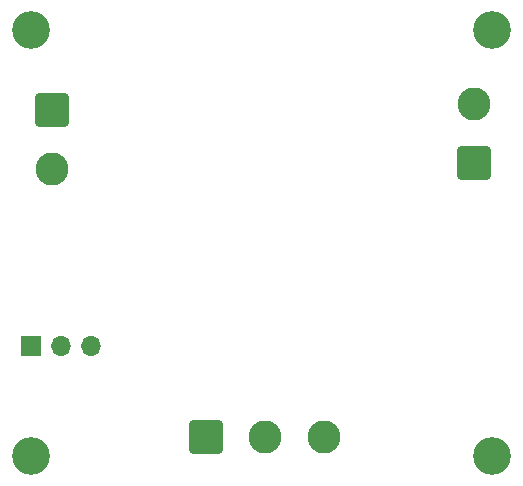
<source format=gbs>
%TF.GenerationSoftware,KiCad,Pcbnew,9.0.0*%
%TF.CreationDate,2025-03-26T19:28:17+01:00*%
%TF.ProjectId,attiny_pwm,61747469-6e79-45f7-9077-6d2e6b696361,1*%
%TF.SameCoordinates,Original*%
%TF.FileFunction,Soldermask,Bot*%
%TF.FilePolarity,Negative*%
%FSLAX46Y46*%
G04 Gerber Fmt 4.6, Leading zero omitted, Abs format (unit mm)*
G04 Created by KiCad (PCBNEW 9.0.0) date 2025-03-26 19:28:17*
%MOMM*%
%LPD*%
G01*
G04 APERTURE LIST*
G04 Aperture macros list*
%AMRoundRect*
0 Rectangle with rounded corners*
0 $1 Rounding radius*
0 $2 $3 $4 $5 $6 $7 $8 $9 X,Y pos of 4 corners*
0 Add a 4 corners polygon primitive as box body*
4,1,4,$2,$3,$4,$5,$6,$7,$8,$9,$2,$3,0*
0 Add four circle primitives for the rounded corners*
1,1,$1+$1,$2,$3*
1,1,$1+$1,$4,$5*
1,1,$1+$1,$6,$7*
1,1,$1+$1,$8,$9*
0 Add four rect primitives between the rounded corners*
20,1,$1+$1,$2,$3,$4,$5,0*
20,1,$1+$1,$4,$5,$6,$7,0*
20,1,$1+$1,$6,$7,$8,$9,0*
20,1,$1+$1,$8,$9,$2,$3,0*%
G04 Aperture macros list end*
%ADD10C,3.200000*%
%ADD11O,1.700000X1.700000*%
%ADD12R,1.700000X1.700000*%
%ADD13C,2.800000*%
%ADD14RoundRect,0.250001X-1.149999X-1.149999X1.149999X-1.149999X1.149999X1.149999X-1.149999X1.149999X0*%
%ADD15RoundRect,0.250001X1.149999X-1.149999X1.149999X1.149999X-1.149999X1.149999X-1.149999X-1.149999X0*%
%ADD16RoundRect,0.250001X-1.149999X1.149999X-1.149999X-1.149999X1.149999X-1.149999X1.149999X1.149999X0*%
G04 APERTURE END LIST*
D10*
%TO.C,H3*%
X178673000Y-94632000D03*
%TD*%
D11*
%TO.C,J2*%
X144728000Y-121382000D03*
X142188000Y-121382000D03*
D12*
X139648000Y-121382000D03*
%TD*%
D10*
%TO.C,H1*%
X139673000Y-94632000D03*
%TD*%
D13*
%TO.C,RV1*%
X164423000Y-129099500D03*
X159423000Y-129099500D03*
D14*
X154423000Y-129099500D03*
%TD*%
D10*
%TO.C,H4*%
X178673000Y-130632000D03*
%TD*%
D13*
%TO.C,J1*%
X177140500Y-100882000D03*
D15*
X177140500Y-105882000D03*
%TD*%
D13*
%TO.C,BT1*%
X141455500Y-106382000D03*
D16*
X141455500Y-101382000D03*
%TD*%
D10*
%TO.C,H2*%
X139673000Y-130632000D03*
%TD*%
M02*

</source>
